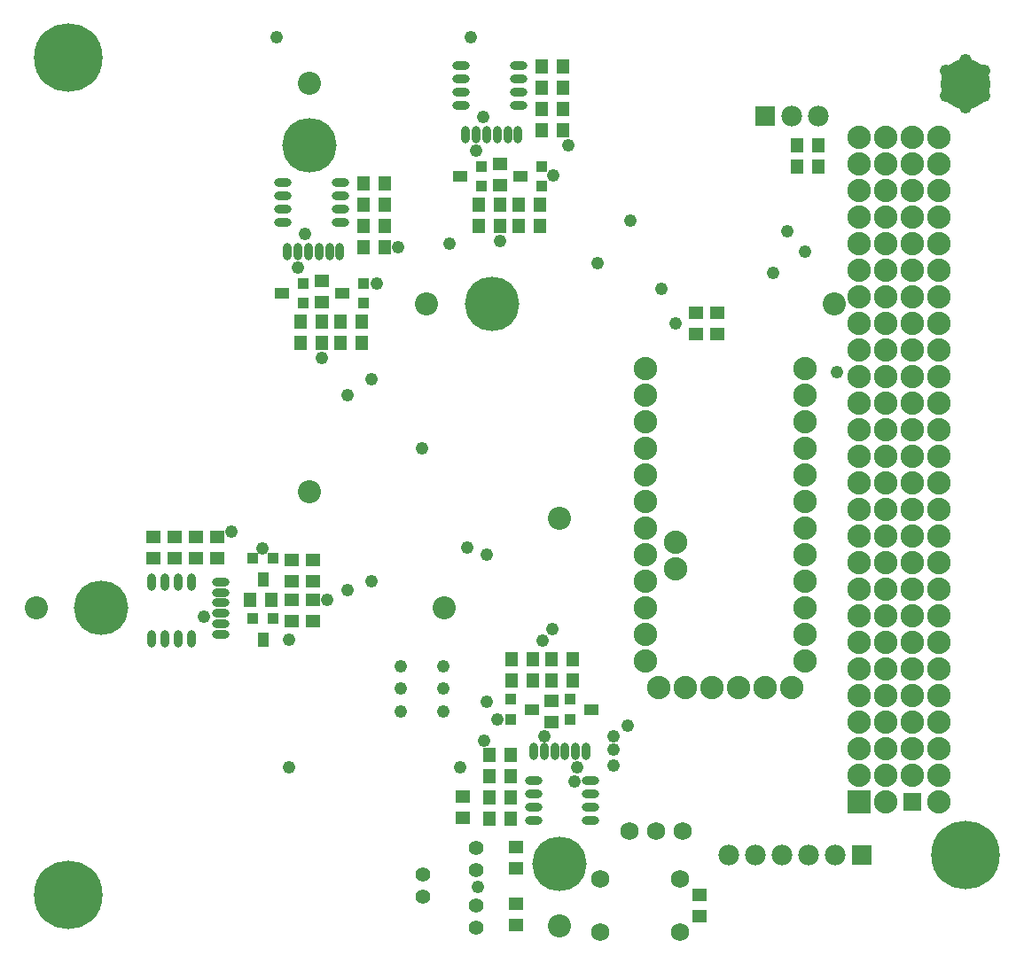
<source format=gts>
G04 Layer_Color=8388736*
%FSLAX25Y25*%
%MOIN*%
G70*
G01*
G75*
%ADD44R,0.05800X0.04800*%
%ADD45R,0.04800X0.05800*%
%ADD46R,0.04400X0.04400*%
%ADD47R,0.05800X0.04400*%
%ADD48O,0.06509X0.03162*%
%ADD49O,0.03162X0.06509*%
%ADD50R,0.04400X0.04400*%
%ADD51R,0.04400X0.05800*%
%ADD52C,0.06800*%
%ADD53C,0.07800*%
%ADD54R,0.07800X0.07800*%
%ADD55C,0.05524*%
%ADD56C,0.08800*%
%ADD57R,0.08800X0.08800*%
%ADD58R,0.06800X0.06800*%
%ADD59C,0.20485*%
%ADD60C,0.08674*%
%ADD61C,0.04800*%
%ADD62C,0.25800*%
%ADD63C,0.18800*%
D44*
X168500Y57000D02*
D03*
Y49000D02*
D03*
X188500Y38000D02*
D03*
Y30000D02*
D03*
Y16500D02*
D03*
Y8500D02*
D03*
X264000Y239000D02*
D03*
Y231000D02*
D03*
X256000Y239000D02*
D03*
Y231000D02*
D03*
X257500Y12000D02*
D03*
Y20000D02*
D03*
X201728Y85000D02*
D03*
Y93000D02*
D03*
X112000Y146000D02*
D03*
Y138000D02*
D03*
X104000D02*
D03*
Y146000D02*
D03*
Y131000D02*
D03*
Y123000D02*
D03*
X112000D02*
D03*
Y131000D02*
D03*
X76000Y146500D02*
D03*
Y154500D02*
D03*
X115500Y251000D02*
D03*
Y243000D02*
D03*
X182500Y295000D02*
D03*
Y287000D02*
D03*
X52000Y146500D02*
D03*
Y154500D02*
D03*
X68000Y146500D02*
D03*
Y154500D02*
D03*
X60000Y146500D02*
D03*
Y154500D02*
D03*
D45*
X302000Y294000D02*
D03*
X294000D02*
D03*
X302000Y302000D02*
D03*
X294000D02*
D03*
X186728Y108500D02*
D03*
X194728D02*
D03*
Y100500D02*
D03*
X186728D02*
D03*
X209728Y108500D02*
D03*
X201728D02*
D03*
Y100500D02*
D03*
X209728D02*
D03*
X186228Y72500D02*
D03*
X178228D02*
D03*
X88500Y131000D02*
D03*
X96500D02*
D03*
X130500Y227500D02*
D03*
X122500D02*
D03*
Y235500D02*
D03*
X130500D02*
D03*
X115500D02*
D03*
X107500D02*
D03*
Y227500D02*
D03*
X115500D02*
D03*
X131000Y263500D02*
D03*
X139000D02*
D03*
X197500Y271500D02*
D03*
X189500D02*
D03*
Y279500D02*
D03*
X197500D02*
D03*
X182500D02*
D03*
X174500D02*
D03*
Y271500D02*
D03*
X182500D02*
D03*
X198000Y307500D02*
D03*
X206000D02*
D03*
X186228Y64500D02*
D03*
X178228D02*
D03*
X186228Y56500D02*
D03*
X178228D02*
D03*
X186228Y48500D02*
D03*
X178228D02*
D03*
X131000Y287500D02*
D03*
X139000D02*
D03*
X131000Y271500D02*
D03*
X139000D02*
D03*
X131000Y279500D02*
D03*
X139000D02*
D03*
X198000Y331500D02*
D03*
X206000D02*
D03*
X198000Y315500D02*
D03*
X206000D02*
D03*
X198000Y323500D02*
D03*
X206000D02*
D03*
D46*
X186228Y93500D02*
D03*
Y86000D02*
D03*
X208728Y93500D02*
D03*
Y86000D02*
D03*
X108500Y242500D02*
D03*
Y250000D02*
D03*
X131000Y242500D02*
D03*
Y250000D02*
D03*
X175500Y286500D02*
D03*
Y294000D02*
D03*
X198000Y286500D02*
D03*
Y294000D02*
D03*
D47*
X194228Y89700D02*
D03*
X216728D02*
D03*
X100500Y246300D02*
D03*
X123000D02*
D03*
X167500Y290300D02*
D03*
X190000D02*
D03*
D48*
X216457Y48000D02*
D03*
Y53000D02*
D03*
Y58000D02*
D03*
Y63000D02*
D03*
X195000Y48000D02*
D03*
Y53000D02*
D03*
Y58000D02*
D03*
Y63000D02*
D03*
X77500Y137685D02*
D03*
Y133748D02*
D03*
Y129811D02*
D03*
Y125874D02*
D03*
Y121937D02*
D03*
Y118000D02*
D03*
X100772Y288000D02*
D03*
Y283000D02*
D03*
Y278000D02*
D03*
Y273000D02*
D03*
X122228Y288000D02*
D03*
Y283000D02*
D03*
Y278000D02*
D03*
Y273000D02*
D03*
X167772Y332000D02*
D03*
Y327000D02*
D03*
Y322000D02*
D03*
Y317000D02*
D03*
X189228Y332000D02*
D03*
Y327000D02*
D03*
Y322000D02*
D03*
Y317000D02*
D03*
D49*
X195043Y74000D02*
D03*
X198980D02*
D03*
X202917D02*
D03*
X206854D02*
D03*
X210791D02*
D03*
X214728D02*
D03*
X51500Y116272D02*
D03*
X56500D02*
D03*
X61500D02*
D03*
X66500D02*
D03*
X51500Y137728D02*
D03*
X56500D02*
D03*
X61500D02*
D03*
X66500D02*
D03*
X122185Y262000D02*
D03*
X118248D02*
D03*
X114311D02*
D03*
X110374D02*
D03*
X106437D02*
D03*
X102500D02*
D03*
X189185Y306000D02*
D03*
X185248D02*
D03*
X181311D02*
D03*
X177374D02*
D03*
X173437D02*
D03*
X169500D02*
D03*
D50*
X97000Y124000D02*
D03*
X89500D02*
D03*
X97000Y146500D02*
D03*
X89500D02*
D03*
D51*
X93200Y116000D02*
D03*
Y138500D02*
D03*
D52*
X251000Y44000D02*
D03*
X241000D02*
D03*
X231000D02*
D03*
X220000Y6000D02*
D03*
X250000D02*
D03*
X220000Y26000D02*
D03*
X250000D02*
D03*
D53*
X302000Y313000D02*
D03*
X292000Y313000D02*
D03*
X268500Y35000D02*
D03*
X278500Y35000D02*
D03*
X288500Y35000D02*
D03*
X308500Y35000D02*
D03*
X298500Y35000D02*
D03*
D54*
X282000Y313000D02*
D03*
X318500Y35000D02*
D03*
D55*
X173500Y16000D02*
D03*
Y7732D02*
D03*
Y37500D02*
D03*
Y29232D02*
D03*
X153500Y27500D02*
D03*
Y19232D02*
D03*
D56*
X297000Y108000D02*
D03*
Y118000D02*
D03*
Y128000D02*
D03*
Y138000D02*
D03*
Y148000D02*
D03*
Y158000D02*
D03*
Y168000D02*
D03*
Y178000D02*
D03*
Y188000D02*
D03*
Y198000D02*
D03*
Y208000D02*
D03*
Y218000D02*
D03*
X237000Y108000D02*
D03*
Y118000D02*
D03*
Y128000D02*
D03*
Y138000D02*
D03*
Y148000D02*
D03*
Y158000D02*
D03*
Y168000D02*
D03*
Y178000D02*
D03*
Y188000D02*
D03*
Y198000D02*
D03*
Y208000D02*
D03*
Y218000D02*
D03*
X248500Y142500D02*
D03*
Y152500D02*
D03*
X292000Y98000D02*
D03*
X282000D02*
D03*
X272000D02*
D03*
X262000D02*
D03*
X252000D02*
D03*
X242000D02*
D03*
X317500Y305000D02*
D03*
X327500D02*
D03*
Y295000D02*
D03*
X317500D02*
D03*
X327500Y285000D02*
D03*
X317500D02*
D03*
X327500Y275000D02*
D03*
X317500D02*
D03*
X327500Y265000D02*
D03*
X317500D02*
D03*
X327500Y255000D02*
D03*
X317500D02*
D03*
X327500Y245000D02*
D03*
X317500D02*
D03*
X327500Y235000D02*
D03*
X317500D02*
D03*
X327500Y225000D02*
D03*
X317500D02*
D03*
X327500Y215000D02*
D03*
X317500D02*
D03*
X327500Y205000D02*
D03*
X317500D02*
D03*
X327500Y195000D02*
D03*
X317500D02*
D03*
X327500Y185000D02*
D03*
X317500D02*
D03*
X327500Y175000D02*
D03*
X317500D02*
D03*
X327500Y165000D02*
D03*
X317500D02*
D03*
X327500Y155000D02*
D03*
X317500D02*
D03*
X327500Y145000D02*
D03*
X317500D02*
D03*
X327500Y135000D02*
D03*
X317500D02*
D03*
X327500Y125000D02*
D03*
X317500D02*
D03*
X327500Y115000D02*
D03*
X317500D02*
D03*
X327500Y105000D02*
D03*
X317500D02*
D03*
X327500Y95000D02*
D03*
X317500D02*
D03*
X327500Y85000D02*
D03*
X317500D02*
D03*
X327500Y75000D02*
D03*
X317500D02*
D03*
X327500Y65000D02*
D03*
X317500D02*
D03*
X327500Y55000D02*
D03*
X337500Y305000D02*
D03*
X347500D02*
D03*
Y295000D02*
D03*
X337500D02*
D03*
X347500Y285000D02*
D03*
X337500D02*
D03*
X347500Y275000D02*
D03*
X337500D02*
D03*
X347500Y265000D02*
D03*
X337500D02*
D03*
X347500Y255000D02*
D03*
X337500D02*
D03*
X347500Y245000D02*
D03*
X337500D02*
D03*
X347500Y235000D02*
D03*
X337500D02*
D03*
X347500Y225000D02*
D03*
X337500D02*
D03*
X347500Y215000D02*
D03*
X337500D02*
D03*
X347500Y205000D02*
D03*
X337500D02*
D03*
X347500Y195000D02*
D03*
X337500D02*
D03*
X347500Y185000D02*
D03*
X337500D02*
D03*
X347500Y175000D02*
D03*
X337500D02*
D03*
X347500Y165000D02*
D03*
X337500D02*
D03*
X347500Y155000D02*
D03*
X337500D02*
D03*
X347500Y145000D02*
D03*
X337500D02*
D03*
X347500Y135000D02*
D03*
X337500D02*
D03*
X347500Y125000D02*
D03*
X337500D02*
D03*
X347500Y115000D02*
D03*
X337500D02*
D03*
X347500Y105000D02*
D03*
X337500D02*
D03*
X347500Y95000D02*
D03*
X337500D02*
D03*
X347500Y85000D02*
D03*
X337500D02*
D03*
X347500Y75000D02*
D03*
X337500D02*
D03*
X347500Y65000D02*
D03*
X337500D02*
D03*
X347500Y55000D02*
D03*
D57*
X317500D02*
D03*
D58*
X337500D02*
D03*
D59*
X204842Y31496D02*
D03*
X179500Y242284D02*
D03*
X110827Y302000D02*
D03*
X32500Y127953D02*
D03*
D60*
X161417Y127953D02*
D03*
X7874D02*
D03*
X110827Y171653D02*
D03*
Y325197D02*
D03*
X154606Y242284D02*
D03*
X308150D02*
D03*
X204842Y161772D02*
D03*
Y8228D02*
D03*
D61*
X20000Y344400D02*
D03*
Y325400D02*
D03*
X28000Y339900D02*
D03*
Y329900D02*
D03*
X12000Y339900D02*
D03*
Y329900D02*
D03*
X20000Y29500D02*
D03*
Y10500D02*
D03*
X28000Y25000D02*
D03*
Y15000D02*
D03*
X12000Y25000D02*
D03*
Y15000D02*
D03*
X357500Y44500D02*
D03*
Y25500D02*
D03*
X365500Y40000D02*
D03*
Y30000D02*
D03*
X349500Y40000D02*
D03*
Y30000D02*
D03*
X181228Y86000D02*
D03*
X176228Y78000D02*
D03*
X71000Y124500D02*
D03*
X117500Y131000D02*
D03*
X81500Y156500D02*
D03*
X176000Y312500D02*
D03*
X182500Y266000D02*
D03*
X208000Y302000D02*
D03*
X109000Y268500D02*
D03*
X136000Y250000D02*
D03*
X115500Y222000D02*
D03*
X199000Y79500D02*
D03*
X198228Y115500D02*
D03*
X202000Y120000D02*
D03*
X225000Y79500D02*
D03*
X230500Y83500D02*
D03*
X93109Y150451D02*
D03*
X173437Y299937D02*
D03*
X171500Y342500D02*
D03*
X106500Y256000D02*
D03*
X98484Y342484D02*
D03*
X103000Y116000D02*
D03*
X210500Y62500D02*
D03*
X211500Y68000D02*
D03*
X167500D02*
D03*
X103000D02*
D03*
X297000Y262000D02*
D03*
X125000Y208000D02*
D03*
Y134500D02*
D03*
X225000Y74500D02*
D03*
X170000Y150500D02*
D03*
X290500Y269500D02*
D03*
X144000Y263500D02*
D03*
X219000Y257500D02*
D03*
X285000Y254000D02*
D03*
X177500Y148000D02*
D03*
Y92500D02*
D03*
X134000Y138000D02*
D03*
Y214000D02*
D03*
X163500Y265000D02*
D03*
X309000Y216500D02*
D03*
X248500Y235000D02*
D03*
X243000Y248000D02*
D03*
X153000Y188000D02*
D03*
X174000Y23000D02*
D03*
X225000Y68500D02*
D03*
X231500Y273500D02*
D03*
X202500Y290500D02*
D03*
X161000Y106000D02*
D03*
X145000D02*
D03*
Y97500D02*
D03*
X161000D02*
D03*
X145000Y89000D02*
D03*
X161000D02*
D03*
X350000Y330000D02*
D03*
Y320500D02*
D03*
X364500Y330000D02*
D03*
Y320500D02*
D03*
X357500Y334000D02*
D03*
Y316400D02*
D03*
D62*
Y35000D02*
D03*
X20000Y20000D02*
D03*
Y335000D02*
D03*
D63*
X357500Y325000D02*
D03*
M02*

</source>
